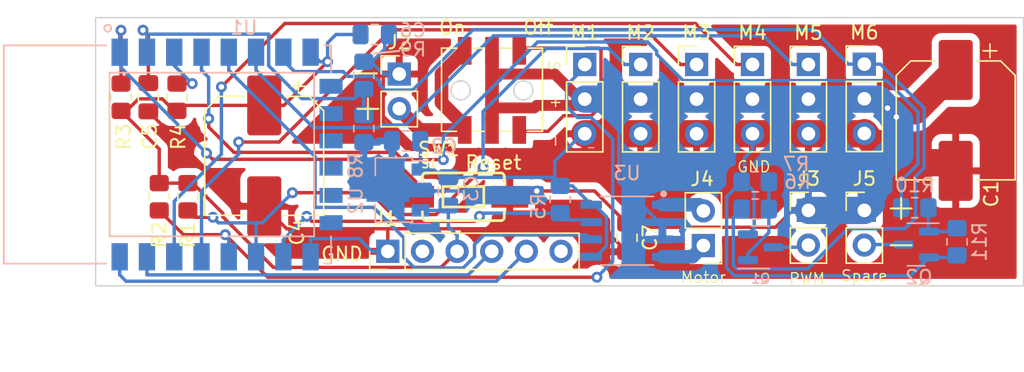
<source format=kicad_pcb>
(kicad_pcb (version 20211014) (generator pcbnew)
  (layers (0 "F.Cu" signal) (31 "B.Cu" signal) (34 "B.Paste" user) (35 "F.Paste" user) (36 "B.SilkS" user "B.Silkscreen") (37 "F.SilkS" user "F.Silkscreen") (38 "B.Mask" user) (39 "F.Mask" user) (44 "Edge.Cuts" user))
  (net 0 "")
  (net 1 "+3V8")
  (net 2 "GND")
  (net 3 "+3V3")
  (net 4 "/CHK_BAT")
  (net 6 "/TX_P")
  (net 7 "/RX_P")
  (net 9 "Net-(J2-Pad2)")
  (net 10 "Net-(J3-Pad2)")
  (net 11 "Net-(J4-Pad1)")
  (net 12 "Net-(J4-Pad2)")
  (net 13 "Net-(J5-Pad2)")
  (net 14 "/Servo_1")
  (net 15 "/Servo_2")
  (net 16 "/Servo_3")
  (net 17 "/Servo_4")
  (net 18 "/Servo_5")
  (net 19 "/Servo_6")
  (net 20 "Net-(Q1-Pad1)")
  (net 21 "Net-(Q2-Pad1)")
  (net 22 "Net-(R3-Pad2)")
  (net 23 "Net-(R4-Pad2)")
  (net 24 "/MOT_B")
  (net 25 "/Spare")
  (net 26 "unconnected-(SW1-Pad3)")
  (net 27 "/MOT_A")
  (footprint "Capacitor_SMD:CP_Elec_8x10.5" (layer "F.Cu") (at 47.4 80.8 -90)
    (fp_text reference "C4")
    (fp_text value "220u")
  )
  (footprint "Connector_PinHeader_2.54mm:PinHeader_1x02_P2.54mm_Vertical" (layer "F.Cu") (at 57.3 74.8)
    (fp_text reference "J2")
    (fp_text value "Bat.")
  )
  (footprint "Connector_PinHeader_2.54mm:PinHeader_1x02_P2.54mm_Vertical" (layer "F.Cu") (at 79.6 87.375 180)
    (fp_text reference "J4")
    (fp_text value "Motor")
  )
  (footprint "Resistor_SMD:R_0805_2012Metric_Pad1.20x1.40mm_HandSolder" (layer "F.Cu") (at 41.8 83.8 -90)
    (fp_text reference "R1")
    (fp_text value "10k")
  )
  (footprint "Connector_PinHeader_2.54mm:PinHeader_1x03_P2.54mm_Vertical" (layer "F.Cu") (at 87.3 74.1)
    (fp_text reference "M5")
    (fp_text value "Servo_5")
  )
  (footprint "Connector_PinHeader_2.54mm:PinHeader_1x06_P2.54mm_Vertical" (layer "F.Cu") (at 56.46 87.8 90)
    (fp_text reference "J1")
    (fp_text value "FTDI")
  )
  (footprint "Resistor_SMD:R_0805_2012Metric_Pad1.20x1.40mm_HandSolder" (layer "F.Cu") (at 41 76.5 90)
    (fp_text reference "R4")
    (fp_text value "10k")
  )
  (footprint "Capacitor_SMD:CP_Elec_8x10.5" (layer "F.Cu") (at 98.1 78.2 -90)
    (fp_text reference "C1")
    (fp_text value "220u")
  )
  (footprint "Capacitor_SMD:C_0805_2012Metric_Pad1.18x1.45mm_HandSolder" (layer "F.Cu") (at 38.9 76.5 -90)
    (fp_text reference "C5")
    (fp_text value ".1u")
  )
  (footprint "Capacitor_SMD:C_0805_2012Metric_Pad1.18x1.45mm_HandSolder" (layer "F.Cu") (at 74 86.8 -90)
    (fp_text reference "C7")
    (fp_text value ".1u")
  )
  (footprint "Resistor_SMD:R_0805_2012Metric_Pad1.20x1.40mm_HandSolder" (layer "F.Cu") (at 36.9 76.5 90)
    (fp_text reference "R3")
    (fp_text value "10k")
  )
  (footprint "Connector_PinHeader_2.54mm:PinHeader_1x03_P2.54mm_Vertical" (layer "F.Cu") (at 91.4 74.075)
    (fp_text reference "M6")
    (fp_text value "Servo_6")
  )
  (footprint "Connector_PinHeader_2.54mm:PinHeader_1x03_P2.54mm_Vertical" (layer "F.Cu") (at 75 74.1)
    (fp_text reference "M2")
    (fp_text value "Servo_2")
  )
  (footprint "Connector_PinHeader_2.54mm:PinHeader_1x02_P2.54mm_Vertical" (layer "F.Cu") (at 87.3 84.8)
    (fp_text reference "J3")
    (fp_text value "PWM")
  )
  (footprint "Connector_PinHeader_2.54mm:PinHeader_1x03_P2.54mm_Vertical" (layer "F.Cu") (at 70.9 74.1)
    (fp_text reference "M1")
    (fp_text value "Servo_1")
  )
  (footprint "Connector_PinHeader_2.54mm:PinHeader_1x02_P2.54mm_Vertical" (layer "F.Cu") (at 91.4 84.8)
    (fp_text reference "J5")
    (fp_text value "Spare")
  )
  (footprint "Connector_PinHeader_2.54mm:PinHeader_1x03_P2.54mm_Vertical" (layer "F.Cu") (at 79.1 74.1)
    (fp_text reference "M3")
    (fp_text value "Servo_3")
  )
  (footprint "Eigene:TACTILE_SWITCH_SMD_6.0X3.5MM" (layer "F.Cu") (at 62 83.8)
    (fp_text reference "S1")
    (fp_text value "Reset" hide)
  )
  (footprint "Resistor_SMD:R_0805_2012Metric_Pad1.20x1.40mm_HandSolder" (layer "F.Cu") (at 39.7 83.8 -90)
    (fp_text reference "R2")
    (fp_text value "10k")
  )
  (footprint "Eigene:MST-22D01_Standing" (layer "F.Cu") (at 64.1 76)
    (fp_text reference "SW1")
    (fp_text value "On/Off")
    (fp_circle (center -2.3 0) (end -1.6 0) (layer "Edge.Cuts") (width 0.12) (fill none))
    (fp_circle (center 2.3 0) (end 3 0) (layer "Edge.Cuts") (width 0.12) (fill none))
  )
  (footprint "Connector_PinHeader_2.54mm:PinHeader_1x03_P2.54mm_Vertical" (layer "F.Cu") (at 83.2 74.1)
    (fp_text reference "M4")
    (fp_text value "Servo_4")
  )
  (footprint "Resistor_SMD:R_0805_2012Metric_Pad1.20x1.40mm_HandSolder" (layer "B.Cu") (at 83.4 84.7 180)
    (fp_text reference "R6")
    (fp_text value "1k")
  )
  (footprint "Package_TO_SOT_SMD:SOT-89-3" (layer "B.Cu") (at 57.2 83.3 180)
    (fp_text reference "U2")
    (fp_text value "HT7833")
  )
  (footprint "Resistor_SMD:R_0805_2012Metric_Pad1.20x1.40mm_HandSolder" (layer "B.Cu") (at 54.7 74.9 -90)
    (fp_text reference "R9")
    (fp_text value "15k")
  )
  (footprint "Capacitor_SMD:C_0805_2012Metric_Pad1.18x1.45mm_HandSolder" (layer "B.Cu") (at 57.8 79.7)
    (fp_text reference "C2")
    (fp_text value ".1u")
  )
  (footprint "snapeda:SOIC127P600X150-8" (layer "B.Cu") (at 74 86.29 180)
    (fp_text reference "U3")
    (fp_text value "L9110S")
  )
  (footprint "Resistor_SMD:R_0805_2012Metric_Pad1.20x1.40mm_HandSolder" (layer "B.Cu") (at 83.4 82.7)
    (fp_text reference "R7")
    (fp_text value "51k")
  )
  (footprint "Resistor_SMD:R_0805_2012Metric_Pad1.20x1.40mm_HandSolder" (layer "B.Cu") (at 95.1 84.6 180)
    (fp_text reference "R10")
    (fp_text value "1k")
  )
  (footprint "Resistor_SMD:R_0805_2012Metric_Pad1.20x1.40mm_HandSolder" (layer "B.Cu") (at 69.1 84 -90)
    (fp_text reference "R5")
    (fp_text value "10k")
  )
  (footprint "Capacitor_SMD:C_0805_2012Metric_Pad1.18x1.45mm_HandSolder" (layer "B.Cu") (at 60.9 83.4 90)
    (fp_text reference "C3")
    (fp_text value ".1u")
  )
  (footprint "Package_TO_SOT_SMD:SOT-23" (layer "B.Cu") (at 83.8 87.5)
    (fp_text reference "Q1")
    (fp_text value "SI2302")
  )
  (footprint "Capacitor_SMD:C_0805_2012Metric_Pad1.18x1.45mm_HandSolder" (layer "B.Cu") (at 55.5 71.9)
    (fp_text reference "C6")
    (fp_text value ".1u")
  )
  (footprint "Resistor_SMD:R_0805_2012Metric_Pad1.20x1.40mm_HandSolder" (layer "B.Cu") (at 54.7 78.8 -90)
    (fp_text reference "R8")
    (fp_text value "68k")
  )
  (footprint "snapeda:XCVR_ESP8266-12E_ESP-12E" (layer "B.Cu") (at 43.8 80.7 -90)
    (fp_text reference "U1")
    (fp_text value "ESP8266-12E/ESP-12E")
  )
  (footprint "Package_TO_SOT_SMD:SOT-23" (layer "B.Cu") (at 95.2 87.3 180)
    (fp_text reference "Q2")
    (fp_text value "SI2302")
  )
  (footprint "Resistor_SMD:R_0805_2012Metric_Pad1.20x1.40mm_HandSolder" (layer "B.Cu") (at 98.2 87.1 90)
    (fp_text reference "R11")
    (fp_text value "51k")
  )
  (gr_line (start 57.3 73.1) (end 55.4 73.3) (layer "B.SilkS") (width 0.15))
  (gr_rect (start 35.034874 90.328016) (end 103.075465 70.66117) (layer "Edge.Cuts") (width 0.1) (fill none))
  (gr_text "-   +   S" (at 68.7 77 90) (layer "F.SilkS") (effects (font (size 0.8 0.8) (thickness 0.1))))
  (gr_text "GND" (at 83.3 81.6) (layer "F.SilkS") (effects (font (size 0.8 0.8) (thickness 0.1))))
  (gr_text "-" (at 54.9 74.6) (layer "F.SilkS") (effects (font (size 2 2)) (justify mirror)))
  (gr_text "+" (at 94.1 84.5) (layer "F.SilkS") (effects (font (size 2 2)) (justify mirror)))
  (gr_text "-" (at 94.1 87.2) (layer "F.SilkS") (effects (font (size 2 2)) (justify mirror)))
  (gr_text "+" (at 55 77.2) (layer "F.SilkS") (effects (font (size 2 2)) (justify mirror)))
  (gr_text "Off" (at 67.5 71.4) (layer "F.SilkS") (effects (font (size 1 1))))
  (gr_text "Reset" (at 64.2 81.3) (layer "F.SilkS") (effects (font (size 1 1))))
  (gr_text "GND" (at 53.1 88) (layer "F.SilkS") (effects (font (size 1 1))))
  (gr_text "On" (at 61.2 71.4) (layer "F.SilkS") (effects (font (size 1 1))))
  (segment (start 93.3 77.5) (end 93.1 77.3) (width 0.25) (layer "F.Cu") (net 1))
  (segment (start 70.9 76.64) (end 70.54 76.64) (width 0.8) (layer "F.Cu") (net 1))
  (segment (start 95.1 77.5) (end 93.4 77.5) (width 2) (layer "F.Cu") (net 1))
  (segment (start 70.44 77.1) (end 67.384 77.1) (width 0.8) (layer "F.Cu") (net 1))
  (segment (start 64.1 73.1) (end 64.1 74.9) (width 1) (layer "F.Cu") (net 1))
  (segment (start 64.1 74.9) (end 64.1 77) (width 1) (layer "F.Cu") (net 1))
  (segment (start 70.9 76.64) (end 70.44 77.1) (width 0.25) (layer "F.Cu") (net 1))
  (segment (start 70.54 76.64) (end 68.7 74.8) (width 0.8) (layer "F.Cu") (net 1))
  (segment (start 67.2 77.284) (end 64.384 77.284) (width 0.8) (layer "F.Cu") (net 1))
  (segment (start 70.9 76.5) (end 70.9 76.64) (width 0.25) (layer "F.Cu") (net 1))
  (segment (start 84.889 86.0357) (end 74.2732 86.0357) (width 0.25) (layer "F.Cu") (net 1))
  (segment (start 86.1247 84.8) (end 84.889 86.0357) (width 0.25) (layer "F.Cu") (net 1))
  (segment (start 64.384 77.284) (end 64.2 77.1) (width 0.8) (layer "F.Cu") (net 1))
  (segment (start 64.2 77.1) (end 64.1 77) (width 0.25) (layer "F.Cu") (net 1))
  (segment (start 71.6122 83.3747) (end 67.3873 83.3747) (width 0.25) (layer "F.Cu") (net 1))
  (segment (start 74.2732 86.0357) (end 74 85.7625) (width 0.25) (layer "F.Cu") (net 1))
  (segment (start 64.3671 75.1671) (end 64.1 74.9) (width 0.25) (layer "F.Cu") (net 1))
  (segment (start 87.3 84.8) (end 86.1247 84.8) (width 0.25) (layer "F.Cu") (net 1))
  (segment (start 64.1 77) (end 64.1 78.2) (width 1) (layer "F.Cu") (net 1))
  (segment (start 67.384 77.1) (end 67.2 77.284) (width 0.8) (layer "F.Cu") (net 1))
  (segment (start 98.1 74.5) (end 95.1 77.5) (width 2) (layer "F.Cu") (net 1))
  (segment (start 74 85.7625) (end 71.6122 83.3747) (width 0.25) (layer "F.Cu") (net 1))
  (segment (start 64.7342 74.8) (end 64.3671 75.1671) (width 0.8) (layer "F.Cu") (net 1))
  (segment (start 70.9 76.5) (end 71 76.6) (width 1) (layer "F.Cu") (net 1))
  (segment (start 68.7 74.8) (end 64.7342 74.8) (width 0.8) (layer "F.Cu") (net 1))
  (segment (start 93.4 77.5) (end 93.3 77.5) (width 0.25) (layer "F.Cu") (net 1))
  (via (at 93.1 77.3) (size 0.8) (drill 0.4) (layers "F.Cu" "B.Cu") (net 1))
  (via (at 93.75 77.95) (size 0.8) (drill 0.4) (layers "F.Cu" "B.Cu") (net 1))
  (via (at 67.3873 83.3747) (size 0.8) (drill 0.4) (layers "F.Cu" "B.Cu") (net 1))
  (segment (start 79.1 76.64) (end 83.2 76.64) (width 2) (layer "B.Cu") (net 1))
  (segment (start 76.4246 85.6931) (end 76.5865 85.6931) (width 0.25) (layer "B.Cu") (net 1))
  (segment (start 76.4246 85.655) (end 76.4246 85.6931) (width 0.25) (layer "B.Cu") (net 1))
  (segment (start 70.9 76.64) (end 75 76.64) (width 2) (layer "B.Cu") (net 1))
  (segment (start 76.4246 85.7312) (end 76.4246 86.8754) (width 0.25) (layer "B.Cu") (net 1))
  (segment (start 76.4246 85.7312) (end 73.4035 82.7101) (width 0.25) (layer "B.Cu") (net 1))
  (segment (start 67.3873 83.3747) (end 58.8372 83.3747) (width 0.25) (layer "B.Cu") (net 1))
  (segment (start 76.4246 85.6931) (end 76.4246 85.7312) (width 0.25) (layer "B.Cu") (net 1))
  (segment (start 87.3 76.64) (end 91.375 76.64) (width 2) (layer "B.Cu") (net 1))
  (segment (start 56.6625 79.8) (end 56.7625 79.7) (width 0.25) (layer "B.Cu") (net 1))
  (segment (start 91.9 84.3) (end 91.4 84.8) (width 2) (layer "B.Cu") (net 1))
  (segment (start 75 76.64) (end 79.1 76.64) (width 2) (layer "B.Cu") (net 1))
  (segment (start 92.44 76.64) (end 93.1 77.3) (width 2) (layer "B.Cu") (net 1))
  (segment (start 91.375 76.64) (end 92.44 76.64) (width 2) (layer "B.Cu") (net 1))
  (segment (start 54.7 79.8) (end 56.6625 79.8) (width 0.25) (layer "B.Cu") (net 1))
  (segment (start 93.75 77.95) (end 94 78.2) (width 2) (layer "B.Cu") (net 1))
  (segment (start 76.5865 85.6931) (end 76.6246 85.655) (width 0.25) (layer "B.Cu") (net 1))
  (segment (start 93.1 77.3) (end 93.75 77.95) (width 2) (layer "B.Cu") (net 1))
  (segment (start 94 78.2) (end 94 80.7) (width 2) (layer "B.Cu") (net 1))
  (segment (start 91.4 84.8) (end 87.3 84.8) (width 2) (layer "B.Cu") (net 1))
  (segment (start 91.9 81.9494) (end 91.9 84.3) (width 2) (layer "B.Cu") (net 1))
  (segment (start 56.6625 79.8) (end 56.6625 81.2) (width 0.25) (layer "B.Cu") (net 1))
  (segment (start 73.4035 78.1965) (end 75 76.6) (width 0.25) (layer "B.Cu") (net 1))
  (segment (start 56.6625 81.2) (end 58.7625 83.3) (width 0.25) (layer "B.Cu") (net 1))
  (segment (start 94 80.7) (end 93.1494 80.7) (width 2) (layer "B.Cu") (net 1))
  (segment (start 83.2 76.64) (end 87.3 76.64) (width 2) (layer "B.Cu") (net 1))
  (segment (start 76.6246 86.925) (end 76.4742 86.925) (width 0.25) (layer "B.Cu") (net 1))
  (segment (start 73.4035 82.7101) (end 73.4035 78.1965) (width 0.25) (layer "B.Cu") (net 1))
  (segment (start 93.1494 80.7) (end 91.9 81.9494) (width 2) (layer "B.Cu") (net 1))
  (segment (start 58.8372 83.3747) (end 58.7625 83.3) (width 0.25) (layer "B.Cu") (net 1))
  (segment (start 65.4 80.3566) (end 65.4 82.6759) (width 0.25) (layer "F.Cu") (net 2))
  (segment (start 91.36 79.14) (end 91.385 79.14) (width 0.25) (layer "F.Cu") (net 2))
  (segment (start 64.178 86.1461) (end 65.4 84.9241) (width 0.25) (layer "F.Cu") (net 2))
  (segment (start 98.1 81.9) (end 97.5 81.3) (width 2) (layer "F.Cu") (net 2))
  (segment (start 49.0461 86.1461) (end 56.46 86.1461) (width 0.25) (layer "F.Cu") (net 2))
  (segment (start 83.2 79.18) (end 87.3 79.18) (width 2) (layer "F.Cu") (net 2))
  (segment (start 38.9 77.5375) (end 45.8625 84.5) (width 0.25) (layer "F.Cu") (net 2))
  (segment (start 65.4 83.7608) (end 65.4 82.6759) (width 0.25) (layer "F.Cu") (net 2))
  (segment (start 65.3964 80.353) (end 58.5863 80.353) (width 0.25) (layer "F.Cu") (net 2))
  (segment (start 71.0866 84.9241) (end 74 87.8375) (width 0.25) (layer "F.Cu") (net 2))
  (segment (start 47.4 84.5) (end 49.0461 86.1461) (width 0.25) (layer "F.Cu") (net 2))
  (segment (start 72.7999 79.18) (end 75 79.18) (width 2) (layer "F.Cu") (net 2))
  (segment (start 65.4 80.3566) (end 65.3964 80.353) (width 0.25) (layer "F.Cu") (net 2))
  (segment (start 65.4 83.7608) (end 65.4 83.8) (width 0.25) (layer "F.Cu") (net 2))
  (segment (start 70.9 79.18) (end 72.7999 79.18) (width 2) (layer "F.Cu") (net 2))
  (segment (start 91.385 79.14) (end 91.4 79.155) (width 0.25) (layer "F.Cu") (net 2))
  (segment (start 87.3 79.18) (end 91.32 79.18) (width 2) (layer "F.Cu") (net 2))
  (segment (start 56.46 86.1461) (end 64.178 86.1461) (width 0.25) (layer "F.Cu") (net 2))
  (segment (start 91.5 79.3) (end 91.5 79.2) (width 2) (layer "F.Cu") (net 2))
  (segment (start 72.7999 79.18) (end 71.6233 80.3566) (width 0.25) (layer "F.Cu") (net 2))
  (segment (start 56.46 86.6247) (end 56.46 86.1461) (width 0.25) (layer "F.Cu") (net 2))
  (segment (start 58.5863 80.353) (end 56.1247 77.8914) (width 0.25) (layer "F.Cu") (net 2))
  (segment (start 91.4 79.155) (end 91.455 79.155) (width 0.25) (layer "F.Cu") (net 2))
  (segment (start 56.1247 77.8914) (end 56.1247 74.8) (width 0.25) (layer "F.Cu") (net 2))
  (segment (start 56.46 87.8) (end 56.46 86.6247) (width 0.25) (layer "F.Cu") (net 2))
  (segment (start 65.4 83.8) (end 65.4 84.9241) (width 0.25) (layer "F.Cu") (net 2))
  (segment (start 79.1 79.18) (end 83.2 79.18) (width 2) (layer "F.Cu") (net 2))
  (segment (start 91.36 79.14) (end 91.4 79.1) (width 2) (layer "F.Cu") (net 2))
  (segment (start 75 79.18) (end 79.1 79.18) (width 2) (layer "F.Cu") (net 2))
  (segment (start 57.3 74.8) (end 56.1247 74.8) (width 0.25) (layer "F.Cu") (net 2))
  (segment (start 91.455 79.155) (end 91.5 79.2) (width 0.25) (layer "F.Cu") (net 2))
  (segment (start 93.5 81.3) (end 91.5 79.3) (width 2) (layer "F.Cu") (net 2))
  (segment (start 97.5 81.3) (end 93.5 81.3) (width 2) (layer "F.Cu") (net 2))
  (segment (start 65.4 84.9241) (end 71.0866 84.9241) (width 0.25) (layer "F.Cu") (net 2))
  (segment (start 91.32 79.18) (end 91.36 79.14) (width 2) (layer "F.Cu") (net 2))
  (segment (start 45.8625 84.5) (end 47.4 84.5) (width 0.25) (layer "F.Cu") (net 2))
  (segment (start 71.6233 80.3566) (end 65.4 80.3566) (width 0.25) (layer "F.Cu") (net 2))
  (segment (start 56.2375 72.9625) (end 55.3 73.9) (width 0.25) (layer "B.Cu") (net 2))
  (segment (start 54.3594 86.8747) (end 55.2847 87.8) (width 0.25) (layer "B.Cu") (net 2))
  (segment (start 71.7 88.2) (end 71.5 88.2) (width 0.25) (layer "B.Cu") (net 2))
  (segment (start 54.7 73.9) (end 54.7375 73.9) (width 0.25) (layer "B.Cu") (net 2))
  (segment (start 70.9 79.18) (end 70.72 79.18) (width 0.25) (layer "B.Cu") (net 2))
  (segment (start 71.3754 84.3754) (end 71.4 84.4) (width 0.25) (layer "B.Cu") (net 2))
  (segment (start 71.5 88.2) (end 71.3804 88.2) (width 0.25) (layer "B.Cu") (net 2))
  (segment (start 57.3 74.8) (end 56.1247 74.8) (width 0.25) (layer "B.Cu") (net 2))
  (segment (start 68.7048 82.3798) (end 69.325 83) (width 0.25) (layer "B.Cu") (net 2))
  (segment (start 68.7048 81.1952) (end 68.7048 82.3798) (width 0.25) (layer "B.Cu") (net 2))
  (segment (start 56.1247 74.8) (end 55.2247 73.9) (width 0.25) (layer "B.Cu") (net 2))
  (segment (start 70.72 79.18) (end 68.7048 81.1952) (width 0.25) (layer "B.Cu") (net 2))
  (segment (start 60.9173 82.3798) (end 68.7048 82.3798) (width 0.25) (layer "B.Cu") (net 2))
  (segment (start 71.3754 84.385) (end 71.6082 84.385) (width 0.25) (layer "B.Cu") (net 2))
  (segment (start 83.2 79.18) (end 83.2 80.3553) (width 0.25) (layer "B.Cu") (net 2))
  (segment (start 82.6 80.9553) (end 83.2 80.3553) (width 0.25) (layer "B.Cu") (net 2))
  (segment (start 83.325 86.0875) (end 83.325 83.425) (width 0.25) (layer "B.Cu") (net 2))
  (segment (start 56.46 87.8) (end 55.2847 87.8) (width 0.25) (layer "B.Cu") (net 2))
  (segment (start 69.1 83) (end 69.325 83) (width 0.25) (layer "B.Cu") (net 2))
  (segment (start 81.3006 89.0197) (end 81.3006 83.7994) (width 0.25) (layer "B.Cu") (net 2))
  (segment (start 96.1375 88.25) (end 98.05 88.25) (width 0.25) (layer "B.Cu") (net 2))
  (segment (start 69.325 83) (end 70 83) (width 0.25) (layer "B.Cu") (net 2))
  (segment (start 55.2247 73.9) (end 54.7375 73.9) (width 0.25) (layer "B.Cu") (net 2))
  (segment (start 60.9 82.3625) (end 60.9173 82.3798) (width 0.25) (layer "B.Cu") (net 2))
  (segment (start 82.8625 86.55) (end 83.325 86.0875) (width 0.25) (layer "B.Cu") (net 2))
  (segment (start 59.8253 81.8) (end 60.3878 82.3625) (width 0.25) (layer "B.Cu") (net 2))
  (segment (start 70 83) (end 71.3754 84.3754) (width 0.25) (layer "B.Cu") (net 2))
  (segment (start 58.85 81.8) (end 59.8253 81.8) (width 0.25) (layer "B.Cu") (net 2))
  (segment (start 81.3006 83.7994) (end 82.4 82.7) (width 0.25) (layer "B.Cu") (net 2))
  (segment (start 58.85 79.7125) (end 58.85 81.8) (width 0.25) (layer "B.Cu") (net 2))
  (segment (start 71.3804 88.2) (end 71.3754 88.195) (width 0.25) (layer "B.Cu") (net 2))
  (segment (start 50.8 86.8747) (end 54.3594 86.8747) (width 0.25) (layer "B.Cu") (net 2))
  (segment (start 58.8375 79.7) (end 58.85 79.7125) (width 0.25) (layer "B.Cu") (net 2))
  (segment (start 81.8695 89.5886) (end 81.3006 89.0197) (width 0.25) (layer "B.Cu") (net 2))
  (segment (start 72.4904 87.4096) (end 71.7 88.2) (width 0.25) (layer "B.Cu") (net 2))
  (segment (start 82.4 82.7) (end 82.6 82.7) (width 0.25) (layer "B.Cu") (net 2))
  (segment (start 60.3878 82.3625) (end 60.9 82.3625) (width 0.25) (layer "B.Cu") (net 2))
  (segment (start 82.6 82.7) (end 82.6 80.9553) (width 0.25) (layer "B.Cu") (net 2))
  (segment (start 56.2375 71.9) (end 56.2375 72.9625) (width 0.25) (layer "B.Cu") (net 2))
  (segment (start 96.1375 88.25) (end 94.7989 89.5886) (width 0.25) (layer "B.Cu") (net 2))
  (segment (start 83.325 83.425) (end 82.6 82.7) (width 0.25) (layer "B.Cu") (net 2))
  (segment (start 72.4904 85.2672) (end 72.4904 87.4096) (width 0.25) (layer "B.Cu") (net 2))
  (segment (start 50.8 88.2) (end 50.8 86.8747) (width 0.25) (layer "B.Cu") (net 2))
  (segment (start 71.6082 84.385) (end 72.4904 85.2672) (width 0.25) (layer "B.Cu") (net 2))
  (segment (start 98.05 88.25) (end 98.2 88.1) (width 0.25) (layer "B.Cu") (net 2))
  (segment (start 94.7989 89.5886) (end 81.8695 89.5886) (width 0.25) (layer "B.Cu") (net 2))
  (segment (start 71.3754 84.3754) (end 71.3754 84.385) (width 0.25) (layer "B.Cu") (net 2))
  (segment (start 39.9235 76.6235) (end 38.1757 76.6235) (width 0.25) (layer "F.Cu") (net 3))
  (segment (start 38.1757 76.6235) (end 37.0996 77.6996) (width 0.25) (layer "F.Cu") (net 3))
  (segment (start 39.7 82.8) (end 39.7 80.3) (width 0.25) (layer "F.Cu") (net 3))
  (segment (start 44.362 85.0031) (end 42.1589 82.8) (width 0.25) (layer "F.Cu") (net 3))
  (segment (start 48.8418 77.1) (end 52.045 73.8968) (width 0.25) (layer "F.Cu") (net 3))
  (segment (start 39.7 80.3) (end 37.0996 77.6996) (width 0.25) (layer "F.Cu") (net 3))
  (segment (start 47.4 77.1) (end 48.8418 77.1) (width 0.25) (layer "F.Cu") (net 3))
  (segment (start 40.8 77.5) (end 39.9235 76.6235) (width 0.25) (layer "F.Cu") (net 3))
  (segment (start 41.2 77.1) (end 40.8 77.5) (width 0.25) (layer "F.Cu") (net 3))
  (segment (start 48.0706 88.9754) (end 44.362 85.2668) (width 0.25) (layer "F.Cu") (net 3))
  (segment (start 42.1589 82.8) (end 41.8 82.8) (width 0.25) (layer "F.Cu") (net 3))
  (segment (start 61.54 87.8) (end 60.3646 88.9754) (width 0.25) (layer "F.Cu") (net 3))
  (segment (start 39.7 82.8) (end 41.8 82.8) (width 0.25) (layer "F.Cu") (net 3))
  (segment (start 37.0996 77.6996) (end 36.9 77.5) (width 0.25) (layer "F.Cu") (net 3))
  (segment (start 60.3646 88.9754) (end 48.0706 88.9754) (width 0.25) (layer "F.Cu") (net 3))
  (segment (start 47.4 77.1) (end 41.2 77.1) (width 0.25) (layer "F.Cu") (net 3))
  (segment (start 44.362 85.2668) (end 44.362 85.0031) (width 0.25) (layer "F.Cu") (net 3))
  (via (at 52.045 73.8968) (size 0.8) (drill 0.4) (layers "F.Cu" "B.Cu") (net 3))
  (segment (start 52.045 72.5175) (end 52.6625 71.9) (width 0.25) (layer "B.Cu") (net 3))
  (segment (start 61.54 86.6247) (end 60.9 85.9847) (width 0.25) (layer "B.Cu") (net 3))
  (segment (start 60.9 84.8) (end 60.9 84.4375) (width 0.25) (layer "B.Cu") (net 3))
  (segment (start 52.6625 71.9) (end 54.1 71.9) (width 0.25) (layer "B.Cu") (net 3))
  (segment (start 51.4968 73.8968) (end 50.8 73.2) (width 0.25) (layer "B.Cu") (net 3))
  (segment (start 60.9 84.8) (end 59.8253 84.8) (width 0.25) (layer "B.Cu") (net 3))
  (segment (start 52.045 73.8968) (end 51.4968 73.8968) (width 0.25) (layer "B.Cu") (net 3))
  (segment (start 60.9 85.9847) (end 60.9 84.8) (width 0.25) (layer "B.Cu") (net 3))
  (segment (start 52.045 73.8968) (end 52.045 72.5175) (width 0.25) (layer "B.Cu") (net 3))
  (segment (start 58.85 84.8) (end 59.8253 84.8) (width 0.25) (layer "B.Cu") (net 3))
  (segment (start 61.54 87.8) (end 61.54 86.6247) (width 0.25) (layer "B.Cu") (net 3))
  (segment (start 38.9 75.4625) (end 38.9 71.9747) (width 0.25) (layer "F.Cu") (net 4))
  (segment (start 38.9 71.9747) (end 38.5098 71.5845) (width 0.25) (layer "F.Cu") (net 4))
  (via (at 38.5098 71.5845) (size 0.8) (drill 0.4) (layers "F.Cu" "B.Cu") (net 4))
  (segment (start 47.725 74.1876) (end 47.725 71.875) (width 0.25) (layer "B.Cu") (net 4))
  (segment (start 54.7 75.9) (end 54 76.6) (width 0.25) (layer "B.Cu") (net 4))
  (segment (start 54 76.6) (end 50.1374 76.6) (width 0.25) (layer "B.Cu") (net 4))
  (segment (start 50.1374 76.6) (end 47.725 74.1876) (width 0.25) (layer "B.Cu") (net 4))
  (segment (start 38.8 73.2) (end 38.8 71.8747) (width 0.25) (layer "B.Cu") (net 4))
  (segment (start 38.5098 71.5845) (end 38.8 71.8747) (width 0.25) (layer "B.Cu") (net 4))
  (segment (start 47.725 71.875) (end 47.7247 71.8747) (width 0.25) (layer "B.Cu") (net 4))
  (segment (start 47.7247 71.8747) (end 38.8 71.8747) (width 0.25) (layer "B.Cu") (net 4))
  (segment (start 54.7 77.8) (end 54.7 75.9) (width 0.25) (layer "B.Cu") (net 4))
  (segment (start 62.3547 89.5253) (end 64.08 87.8) (width 0.25) (layer "B.Cu") (net 6))
  (segment (start 38.8 88.2) (end 38.8 89.5253) (width 0.25) (layer "B.Cu") (net 6))
  (segment (start 38.8 89.5253) (end 62.3547 89.5253) (width 0.25) (layer "B.Cu") (net 6))
  (segment (start 36.8 89.5253) (end 37.2673 89.9926) (width 0.25) (layer "B.Cu") (net 7))
  (segment (start 36.8 88.2) (end 36.8 89.5253) (width 0.25) (layer "B.Cu") (net 7))
  (segment (start 37.2673 89.9926) (end 64.4274 89.9926) (width 0.25) (layer "B.Cu") (net 7))
  (segment (start 64.4274 89.9926) (end 66.62 87.8) (width 0.25) (layer "B.Cu") (net 7))
  (segment (start 62.1 73.1) (end 60.4 74.8) (width 1) (layer "F.Cu") (net 9))
  (segment (start 57.3 77.34) (end 57.3 77.4) (width 0.25) (layer "F.Cu") (net 9))
  (segment (start 60.4 74.8) (end 60.4 76.9) (width 1) (layer "F.Cu") (net 9))
  (segment (start 61.6 78.9) (end 58.8 78.9) (width 1) (layer "F.Cu") (net 9))
  (segment (start 58.8 78.9) (end 57.3 77.4) (width 1) (layer "F.Cu") (net 9))
  (segment (start 60.4 76.9) (end 61.6 78.1) (width 1) (layer "F.Cu") (net 9))
  (segment (start 84.7375 87.5) (end 87.2 87.5) (width 0.25) (layer "B.Cu") (net 10))
  (segment (start 87.2 87.5) (end 87.3 87.4) (width 0.25) (layer "B.Cu") (net 10))
  (segment (start 87.3 87.4) (end 87.3 87.34) (width 0.25) (layer "B.Cu") (net 10))
  (segment (start 76.6246 88.195) (end 78.805 88.195) (width 1) (layer "B.Cu") (net 11))
  (segment (start 79.6 87.4) (end 79.6 87.375) (width 0.25) (layer "B.Cu") (net 11))
  (segment (start 78.805 88.195) (end 79.6 87.4) (width 1) (layer "B.Cu") (net 11))
  (segment (start 79.285 84.385) (end 79.6 84.7) (width 1) (layer "B.Cu") (net 12))
  (segment (start 76.6246 84.385) (end 79.285 84.385) (width 1) (layer "B.Cu") (net 12))
  (segment (start 79.6 84.7) (end 79.7 84.8) (width 1) (layer "B.Cu") (net 12))
  (segment (start 79.6 84.7) (end 79.6 84.835) (width 0.25) (layer "B.Cu") (net 12))
  (segment (start 94.2625 87.3) (end 91.5 87.3) (width 0.25) (layer "B.Cu") (net 13))
  (segment (start 44.5389 86.5817) (end 47.6565 89.6993) (width 0.25) (layer "F.Cu") (net 14))
  (segment (start 39.7 84.8) (end 41.4817 86.5817) (width 0.25) (layer "F.Cu") (net 14))
  (segment (start 47.6565 89.6993) (end 71.7924 89.6993) (width 0.25) (layer "F.Cu") (net 14))
  (segment (start 41.4817 86.5817) (end 44.5389 86.5817) (width 0.25) (layer "F.Cu") (net 14))
  (via (at 44.5389 86.5817) (size 0.8) (drill 0.4) (layers "F.Cu" "B.Cu") (net 14))
  (via (at 71.7924 89.6993) (size 0.8) (drill 0.4) (layers "F.Cu" "B.Cu") (net 14))
  (segment (start 70.366 77.9851) (end 71.3709 77.9851) (width 0.25) (layer "B.Cu") (net 14))
  (segment (start 70.9 74.1) (end 70.9 74.3) (width 0.25) (layer "B.Cu") (net 14))
  (segment (start 44.8 86.8747) (end 44.5389 86.6136) (width 0.25) (layer "B.Cu") (net 14))
  (segment (start 44.8 88.2) (end 44.8 86.8747) (width 0.25) (layer "B.Cu") (net 14))
  (segment (start 71.3709 77.9851) (end 72.9535 79.5677) (width 0.25) (layer "B.Cu") (net 14))
  (segment (start 69.5735 77.1926) (end 70.366 77.9851) (width 0.25) (layer "B.Cu") (net 14))
  (segment (start 72.9535 88.5382) (end 71.7924 89.6993) (width 0.25) (layer "B.Cu") (net 14))
  (segment (start 72.9535 79.5677) (end 72.9535 88.5382) (width 0.25) (layer "B.Cu") (net 14))
  (segment (start 44.5389 86.6136) (end 44.5389 86.5817) (width 0.25) (layer "B.Cu") (net 14))
  (segment (start 69.5735 75.6265) (end 69.5735 77.1926) (width 0.25) (layer "B.Cu") (net 14))
  (segment (start 70.9 74.3) (end 69.5735 75.6265) (width 0.25) (layer "B.Cu") (net 14))
  (segment (start 49.4659 83.5026) (end 55.1815 83.5026) (width 0.25) (layer "F.Cu") (net 15))
  (segment (start 59.9998 85.1) (end 63.4453 81.6545) (width 0.25) (layer "F.Cu") (net 15))
  (segment (start 55.1815 83.5026) (end 56.7789 85.1) (width 0.25) (layer "F.Cu") (net 15))
  (segment (start 43.6367 85.3036) (end 42.3036 85.3036) (width 0.25) (layer "F.Cu") (net 15))
  (segment (start 56.7789 85.1) (end 59.9998 85.1) (width 0.25) (layer "F.Cu") (net 15))
  (segment (start 42.3036 85.3036) (end 41.8 84.8) (width 0.25) (layer "F.Cu") (net 15))
  (via (at 43.6367 85.3036) (size 0.8) (drill 0.4) (layers "F.Cu" "B.Cu") (net 15))
  (via (at 63.4453 81.6545) (size 0.8) (drill 0.4) (layers "F.Cu" "B.Cu") (net 15))
  (via (at 49.4659 83.5026) (size 0.8) (drill 0.4) (layers "F.Cu" "B.Cu") (net 15))
  (segment (start 47.2553 85.7132) (end 46.8 85.7132) (width 0.25) (layer "B.Cu") (net 15))
  (segment (start 63.4453 81.6545) (end 63.4453 77.5547) (width 0.25) (layer "B.Cu") (net 15))
  (segment (start 72.6494 72.9247) (end 73.8247 74.1) (width 0.25) (layer "B.Cu") (net 15))
  (segment (start 46.8 87.4427) (end 46.8 85.7132) (width 0.25) (layer "B.Cu") (net 15))
  (segment (start 46.8 85.7132) (end 44.0463 85.7132) (width 0.25) (layer "B.Cu") (net 15))
  (segment (start 44.0463 85.7132) (end 43.6367 85.3036) (width 0.25) (layer "B.Cu") (net 15))
  (segment (start 46.8 88.2) (end 46.8 87.4427) (width 0.25) (layer "B.Cu") (net 15))
  (segment (start 49.4659 83.5026) (end 47.2553 85.7132) (width 0.25) (layer "B.Cu") (net 15))
  (segment (start 68.0753 72.9247) (end 72.6494 72.9247) (width 0.25) (layer "B.Cu") (net 15))
  (segment (start 73.8247 74.1) (end 75 74.1) (width 0.25) (layer "B.Cu") (net 15))
  (segment (start 63.4453 77.5547) (end 68.0753 72.9247) (width 0.25) (layer "B.Cu") (net 15))
  (segment (start 75.3834 71.5587) (end 56.71 71.5587) (width 0.25) (layer "F.Cu") (net 16))
  (segment (start 56.71 71.5587) (end 48.4821 79.7866) (width 0.25) (layer "F.Cu") (net 16))
  (segment (start 79.1 74.1) (end 77.9247 74.1) (width 0.25) (layer "F.Cu") (net 16))
  (segment (start 48.4821 79.7866) (end 45.5251 79.7866) (width 0.25) (layer "F.Cu") (net 16))
  (segment (start 77.9247 74.1) (end 75.3834 71.5587) (width 0.25) (layer "F.Cu") (net 16))
  (segment (start 45.5251 79.7866) (end 45.5251 79.7867) (width 0.25) (layer "F.Cu") (net 16))
  (via (at 45.5251 79.7867) (size 0.8) (drill 0.4) (layers "F.Cu" "B.Cu") (net 16))
  (segment (start 42.8 83.3981) (end 45.5251 80.673) (width 0.25) (layer "B.Cu") (net 16))
  (segment (start 42.8 88.2) (end 42.8 86.8747) (width 0.25) (layer "B.Cu") (net 16))
  (segment (start 42.8 86.8747) (end 42.8 83.3981) (width 0.25) (layer "B.Cu") (net 16))
  (segment (start 45.5251 80.673) (end 45.5251 79.7867) (width 0.25) (layer "B.Cu") (net 16))
  (segment (start 48.9074 71.0933) (end 44.259 75.7417) (width 0.25) (layer "F.Cu") (net 17))
  (segment (start 79.018 71.0933) (end 48.9074 71.0933) (width 0.25) (layer "F.Cu") (net 17))
  (segment (start 82.0247 74.1) (end 79.018 71.0933) (width 0.25) (layer "F.Cu") (net 17))
  (segment (start 83.2 74.1) (end 82.0247 74.1) (width 0.25) (layer "F.Cu") (net 17))
  (via (at 44.259 75.7417) (size 0.8) (drill 0.4) (layers "F.Cu" "B.Cu") (net 17))
  (segment (start 40.8 84.1322) (end 40.8 88.2) (width 0.25) (layer "B.Cu") (net 17))
  (segment (start 44.259 75.7417) (end 44.259 80.6732) (width 0.25) (layer "B.Cu") (net 17))
  (segment (start 44.259 80.6732) (end 40.8 84.1322) (width 0.25) (layer "B.Cu") (net 17))
  (segment (start 84.0247 72) (end 64.2 72) (width 0.25) (layer "B.Cu") (net 18))
  (segment (start 86.1247 74.1) (end 84.0247 72) (width 0.25) (layer "B.Cu") (net 18))
  (segment (start 51.001 78.7263) (end 46.8 74.5253) (width 0.25) (layer "B.Cu") (net 18))
  (segment (start 64.2 72) (end 58.475 77.725) (width 0.25) (layer "B.Cu") (net 18))
  (segment (start 58.475 77.725) (end 58.475 77.826701) (width 0.25) (layer "B.Cu") (net 18))
  (segment (start 58.475 77.826701) (end 57.763501 78.5382) (width 0.25) (layer "B.Cu") (net 18))
  (segment (start 56.0368 78.5382) (end 55.8487 78.7263) (width 0.25) (layer "B.Cu") (net 18))
  (segment (start 55.8487 78.7263) (end 51.001 78.7263) (width 0.25) (layer "B.Cu") (net 18))
  (segment (start 87.3 74.1) (end 86.1247 74.1) (width 0.25) (layer "B.Cu") (net 18))
  (segment (start 46.8 74.5253) (end 46.8 73.2) (width 0.25) (layer "B.Cu") (net 18))
  (segment (start 57.763501 78.5382) (end 56.0368 78.5382) (width 0.25) (layer "B.Cu") (net 18))
  (segment (start 49.6221 74.6221) (end 48.8 73.8) (width 0.25) (layer "B.Cu") (net 19))
  (segment (start 82.0539 89.0851) (end 87.24 89.0851) (width 0.25) (layer "B.Cu") (net 19))
  (segment (start 90.1899 86.1352) (end 94.3648 86.1352) (width 0.25) (layer "B.Cu") (net 19))
  (segment (start 87.6994 71.5497) (end 62.7104 71.5497) (width 0.25) (layer "B.Cu") (net 19))
  (segment (start 81.7925 85.3075) (end 81.7925 88.8237) (width 0.25) (layer "B.Cu") (net 19))
  (segment (start 95.7843 81.6898) (end 95.7843 77.284) (width 0.25) (layer "B.Cu") (net 19))
  (segment (start 91.4 74.075) (end 90.2247 74.075) (width 0.25) (layer "B.Cu") (net 19))
  (segment (start 90.2247 74.075) (end 87.6994 71.5497) (width 0.25) (layer "B.Cu") (net 19))
  (segment (start 55.4552 74.9736) (end 53.5427 74.9736) (width 0.25) (layer "B.Cu") (net 19))
  (segment (start 95.1545 82.3196) (end 95.7843 81.6898) (width 0.25) (layer "B.Cu") (net 19))
  (segment (start 95.7843 77.284) (end 92.5753 74.075) (width 0.25) (layer "B.Cu") (net 19))
  (segment (start 53.5427 74.9736) (end 53.1912 74.6221) (width 0.25) (layer "B.Cu") (net 19))
  (segment (start 95.1545 85.3455) (end 95.1545 82.3196) (width 0.25) (layer "B.Cu") (net 19))
  (segment (start 92.5753 74.075) (end 91.4 74.075) (width 0.25) (layer "B.Cu") (net 19))
  (segment (start 55.8532 75.3716) (end 55.4552 74.9736) (width 0.25) (layer "B.Cu") (net 19))
  (segment (start 53.1912 74.6221) (end 49.6221 74.6221) (width 0.25) (layer "B.Cu") (net 19))
  (segment (start 87.24 89.0851) (end 90.1899 86.1352) (width 0.25) (layer "B.Cu") (net 19))
  (segment (start 62.7104 71.5497) (end 58.2847 75.9754) (width 0.25) (layer "B.Cu") (net 19))
  (segment (start 81.7925 88.8237) (end 82.0539 89.0851) (width 0.25) (layer "B.Cu") (net 19))
  (segment (start 48.8 73.8) (end 48.8 73.2) (width 0.25) (layer "B.Cu") (net 19))
  (segment (start 82.4 84.7) (end 81.7925 85.3075) (width 0.25) (layer "B.Cu") (net 19))
  (segment (start 55.8532 75.5777) (end 55.8532 75.3716) (width 0.25) (layer "B.Cu") (net 19))
  (segment (start 58.2847 75.9754) (end 56.2509 75.9754) (width 0.25) (layer "B.Cu") (net 19))
  (segment (start 56.2509 75.9754) (end 55.8532 75.5777) (width 0.25) (layer "B.Cu") (net 19))
  (segment (start 94.3648 86.1352) (end 95.1545 85.3455) (width 0.25) (layer "B.Cu") (net 19))
  (segment (start 84.4 86.4218) (end 84.4 84.7) (width 0.25) (layer "B.Cu") (net 20))
  (segment (start 84.4 82.7) (end 84.4 84.7) (width 0.25) (layer "B.Cu") (net 20))
  (segment (start 82.8625 88.45) (end 82.8625 87.9593) (width 0.25) (layer "B.Cu") (net 20))
  (segment (start 82.8625 87.9593) (end 84.4 86.4218) (width 0.25) (layer "B.Cu") (net 20))
  (segment (start 96.35 86.35) (end 96.2 86.2) (width 0.25) (layer "B.Cu") (net 21))
  (segment (start 96.35 86.35) (end 97.95 86.35) (width 0.25) (layer "B.Cu") (net 21))
  (segment (start 96.1 86.1) (end 96.2 86.2) (width 0.25) (layer "B.Cu") (net 21))
  (segment (start 96.1 84.6) (end 96.1 86.1) (width 0.25) (layer "B.Cu") (net 21))
  (segment (start 97.95 86.35) (end 98.2 86.1) (width 0.25) (layer "B.Cu") (net 21))
  (segment (start 96.1375 86.35) (end 96.35 86.35) (width 0.25) (layer "B.Cu") (net 21))
  (segment (start 56.8774 81.0533) (end 58.5 82.6759) (width 0.25) (layer "F.Cu") (net 22))
  (segment (start 43.1635 80.603) (end 43.6138 81.0533) (width 0.25) (layer "F.Cu") (net 22))
  (segment (start 58.5 83.8) (end 58.5 82.6759) (width 0.25) (layer "F.Cu") (net 22))
  (segment (start 43.6138 81.0533) (end 56.8774 81.0533) (width 0.25) (layer "F.Cu") (net 22))
  (segment (start 36.9 71.5904) (end 36.9 75.5) (width 0.25) (layer "F.Cu") (net 22))
  (via (at 36.9 71.5904) (size 0.8) (drill 0.4) (layers "F.Cu" "B.Cu") (net 22))
  (via (at 43.1635 80.603) (size 0.8) (drill 0.4) (layers "F.Cu" "B.Cu") (net 22))
  (segment (start 36.8 72.5373) (end 36.8 71.8747) (width 0.25) (layer "B.Cu") (net 22))
  (segment (start 36.9 73.3) (end 36.9 74.3395) (width 0.25) (layer "B.Cu") (net 22))
  (segment (start 36.8 73.2) (end 36.9 73.3) (width 0.25) (layer "B.Cu") (net 22))
  (segment (start 36.8 71.8747) (end 36.9 71.7747) (width 0.25) (layer "B.Cu") (net 22))
  (segment (start 36.9 74.3395) (end 43.1635 80.603) (width 0.25) (layer "B.Cu") (net 22))
  (segment (start 36.9 71.7747) (end 36.9 71.5904) (width 0.25) (layer "B.Cu") (net 22))
  (segment (start 36.8 72.5373) (end 36.8 73.2) (width 0.25) (layer "B.Cu") (net 22))
  (segment (start 40.8 75.5) (end 42.1185 75.5) (width 0.25) (layer "F.Cu") (net 23))
  (via (at 42.1185 75.5) (size 0.8) (drill 0.4) (layers "F.Cu" "B.Cu") (net 23))
  (segment (start 40.8 74.1815) (end 42.1185 75.5) (width 0.25) (layer "B.Cu") (net 23))
  (segment (start 40.8 73.2) (end 40.8 74.1815) (width 0.25) (layer "B.Cu") (net 23))
  (segment (start 62.8144 85.6) (end 63.1807 85.2337) (width 0.25) (layer "F.Cu") (net 24))
  (segment (start 50.8808 85.6) (end 62.8144 85.6) (width 0.25) (layer "F.Cu") (net 24))
  (segment (start 50.5145 85.2337) (end 50.8808 85.6) (width 0.25) (layer "F.Cu") (net 24))
  (via (at 63.1807 85.2337) (size 0.8) (drill 0.4) (layers "F.Cu" "B.Cu") (net 24))
  (via (at 50.5145 85.2337) (size 0.8) (drill 0.4) (layers "F.Cu" "B.Cu") (net 24))
  (segment (start 48.8 86.9482) (end 50.5145 85.2337) (width 0.25) (layer "B.Cu") (net 24))
  (segment (start 48.8 88.2) (end 48.8 86.9482) (width 0.25) (layer "B.Cu") (net 24))
  (segment (start 71.2204 85.5) (end 71.4 85.5) (width 0.25) (layer "B.Cu") (net 24))
  (segment (start 69.6 85.5) (end 71.2204 85.5) (width 0.25) (layer "B.Cu") (net 24))
  (segment (start 63.4144 85) (end 63.1807 85.2337) (width 0.25) (layer "B.Cu") (net 24))
  (segment (start 71.2204 85.5) (end 71.3754 85.655) (width 0.25) (layer "B.Cu") (net 24))
  (segment (start 69.1 85) (end 69.6 85.5) (width 0.25) (layer "B.Cu") (net 24))
  (segment (start 69.1 85) (end 63.4144 85) (width 0.25) (layer "B.Cu") (net 24))
  (segment (start 43.3257 78.6904) (end 45.1819 80.5466) (width 0.25) (layer "F.Cu") (net 25))
  (segment (start 57.5393 81.0783) (end 60.5304 81.0783) (width 0.25) (layer "F.Cu") (net 25))
  (segment (start 43.3257 78.0664) (end 43.3257 78.6904) (width 0.25) (layer "F.Cu") (net 25))
  (segment (start 57.0076 80.5466) (end 57.5393 81.0783) (width 0.25) (layer "F.Cu") (net 25))
  (segment (start 45.1819 80.5466) (end 57.0076 80.5466) (width 0.25) (layer "F.Cu") (net 25))
  (via (at 60.5304 81.0783) (size 0.8) (drill 0.4) (layers "F.Cu" "B.Cu") (net 25))
  (via (at 43.3257 78.0664) (size 0.8) (drill 0.4) (layers "F.Cu" "B.Cu") (net 25))
  (segment (start 75.5119 72.4503) (end 76.1754 73.1138) (width 0.25) (layer "B.Cu") (net 25))
  (segment (start 42.8 73.2) (end 42.8 74.5253) (width 0.25) (layer "B.Cu") (net 25))
  (segment (start 95.3339 77.5786) (end 95.3339 81.3956) (width 0.25) (layer "B.Cu") (net 25))
  (segment (start 78.1076 75.2824) (end 93.0377 75.2824) (width 0.25) (layer "B.Cu") (net 25))
  (segment (start 95.3339 81.3956) (end 94.1 82.6295) (width 0.25) (layer "B.Cu") (net 25))
  (segment (start 94.1 82.6295) (end 94.1 84.6) (width 0.25) (layer "B.Cu") (net 25))
  (segment (start 60.5304 81.0783) (end 60.5304 79.3696) (width 0.25) (layer "B.Cu") (net 25))
  (segment (start 60.5304 79.3696) (end 67.4497 72.4503) (width 0.25) (layer "B.Cu") (net 25))
  (segment (start 76.1754 73.3502) (end 78.1076 75.2824) (width 0.25) (layer "B.Cu") (net 25))
  (segment (start 76.1754 73.1138) (end 76.1754 73.3502) (width 0.25) (layer "B.Cu") (net 25))
  (segment (start 42.8 74.5253) (end 43.3257 75.051) (width 0.25) (layer "B.Cu") (net 25))
  (segment (start 67.4497 72.4503) (end 75.5119 72.4503) (width 0.25) (layer "B.Cu") (net 25))
  (segment (start 43.3257 75.051) (end 43.3257 78.0664) (width 0.25) (layer "B.Cu") (net 25))
  (segment (start 93.0377 75.2824) (end 95.3339 77.5786) (width 0.25) (layer "B.Cu") (net 25))
  (segment (start 72.0917 77.1467) (end 72.0917 73.0674) (width 0.25) (layer "F.Cu") (net 26))
  (segment (start 72.0917 73.0674) (end 71.9243 72.9) (width 0.25) (layer "F.Cu") (net 26))
  (segment (start 71.9243 72.9) (end 66.6 72.9) (width 0.25) (layer "F.Cu") (net 26))
  (segment (start 66.6 79) (end 68.2043 79) (width 0.25) (layer "F.Cu") (net 26))
  (segment (start 71.3838 77.8546) (end 72.0917 77.1467) (width 0.25) (layer "F.Cu") (net 26))
  (segment (start 69.3497 77.8546) (end 71.3838 77.8546) (width 0.25) (layer "F.Cu") (net 26))
  (segment (start 68.2043 79) (end 69.3497 77.8546) (width 0.25) (layer "F.Cu") (net 26))
  (segment (start 57.6354 88.2354) (end 58.4196 89.0196) (width 0.25) (layer "B.Cu") (net 27))
  (segment (start 62.8157 88.1907) (end 62.8157 87.3097) (width 0.25) (layer "B.Cu") (net 27))
  (segment (start 51.125 84.575) (end 55.4029 84.575) (width 0.25) (layer "B.Cu") (net 27))
  (segment (start 63.5253 86.6001) (end 71.0505 86.6001) (width 0.25) (layer "B.Cu") (net 27))
  (segment (start 44.8 73.2) (end 44.8 74.5253) (width 0.25) (layer "B.Cu") (net 27))
  (segment (start 57.6354 86.8075) (end 57.6354 88.2354) (width 0.25) (layer "B.Cu") (net 27))
  (segment (start 61.9868 89.0196) (end 62.8157 88.1907) (width 0.25) (layer "B.Cu") (net 27))
  (segment (start 58.4196 89.0196) (end 61.9868 89.0196) (width 0.25) (layer "B.Cu") (net 27))
  (segment (start 55.4029 84.575) (end 57.6354 86.8075) (width 0.25) (layer "B.Cu") (net 27))
  (segment (start 51.125 80.8503) (end 51.125 84.575) (width 0.25) (layer "B.Cu") (net 27))
  (segment (start 71.0505 86.6001) (end 71.3754 86.925) (width 0.25) (layer "B.Cu") (net 27))
  (segment (start 62.8157 87.3097) (end 63.5253 86.6001) (width 0.25) (layer "B.Cu") (net 27))
  (segment (start 44.8 74.5253) (end 51.125 80.8503) (width 0.25) (layer "B.Cu") (net 27))
  (zone (net 2) (net_name "GND") (layer "F.Cu") (connect_pads (clearance 0.508)) (min_thickness 0.254) (fill yes (thermal_gap 0.508) (thermal_bridge_width 0.508))
    (polygon (pts (xy 102.9 90.2) (xy 35.2 90.2) (xy 35.2 70.8) (xy 102.9 70.8)))
  )
  (zone (net 1) (net_name "+3V8") (layer "B.Cu") (connect_pads (clearance 0.508)) (min_thickness 0.254) (fill yes (thermal_gap 0.508) (thermal_bridge_width 0.508))
    (polygon (pts (xy 102.9 90.2) (xy 35.2 90.2) (xy 35.2 70.8) (xy 102.9 70.8)))
  )
)
</source>
